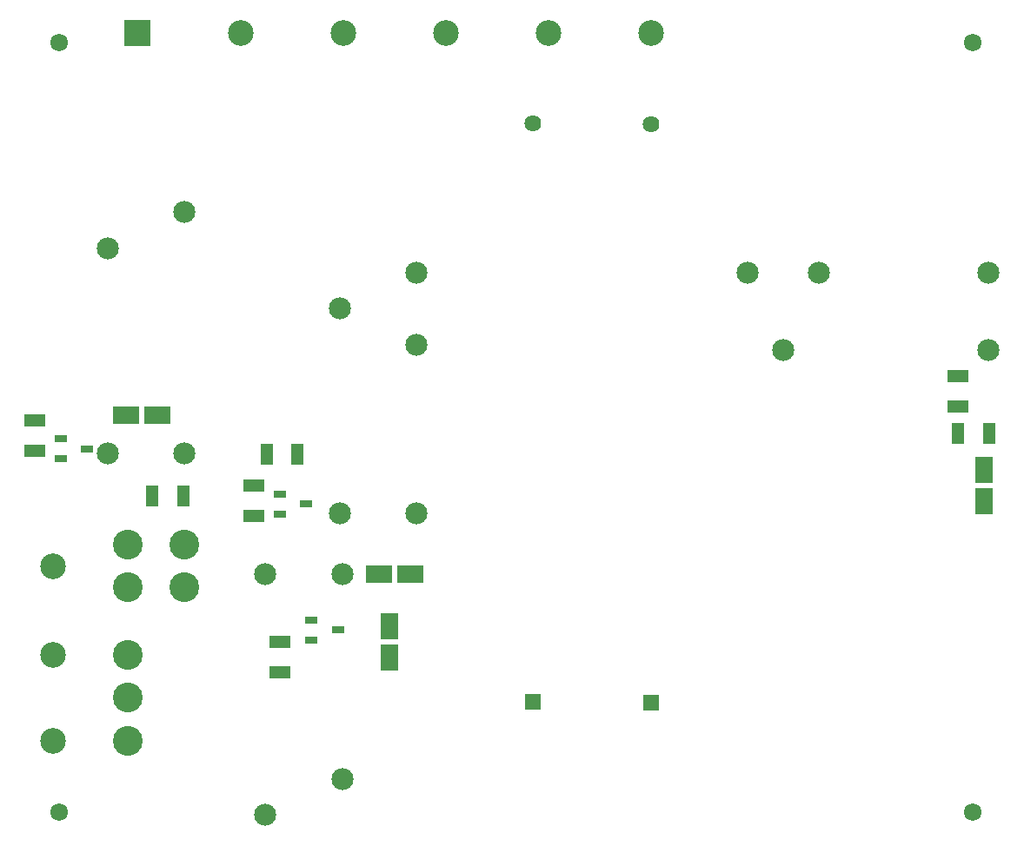
<source format=gbs>
G04*
G04 #@! TF.GenerationSoftware,Altium Limited,Altium Designer,19.0.10 (269)*
G04*
G04 Layer_Color=16711935*
%FSLAX25Y25*%
%MOIN*%
G70*
G01*
G75*
%ADD19R,0.07874X0.04921*%
%ADD22R,0.09843X0.09843*%
%ADD23C,0.09843*%
%ADD24C,0.08465*%
%ADD25C,0.11417*%
%ADD28C,0.06787*%
%ADD43R,0.06400X0.06400*%
%ADD44C,0.06400*%
%ADD45R,0.04724X0.03150*%
%ADD46R,0.04921X0.07874*%
%ADD47R,0.06890X0.10236*%
%ADD48R,0.10236X0.06890*%
D19*
X120000Y100906D02*
D03*
Y89095D02*
D03*
X110000Y149094D02*
D03*
Y160906D02*
D03*
X380000Y191095D02*
D03*
Y202906D02*
D03*
X26000Y174094D02*
D03*
Y185906D02*
D03*
D22*
X65520Y334500D02*
D03*
D23*
X262370D02*
D03*
X104890D02*
D03*
X144260D02*
D03*
X183630D02*
D03*
X223000D02*
D03*
X33000Y130000D02*
D03*
Y96000D02*
D03*
Y62929D02*
D03*
D24*
X54000Y173260D02*
D03*
Y252000D02*
D03*
X83528Y265779D02*
D03*
Y173260D02*
D03*
X144000Y127000D02*
D03*
Y48260D02*
D03*
X114472Y34480D02*
D03*
Y127000D02*
D03*
X142973Y150039D02*
D03*
Y228780D02*
D03*
X172500Y242559D02*
D03*
Y215000D02*
D03*
Y150039D02*
D03*
X391740Y213000D02*
D03*
X313000D02*
D03*
X299220Y242528D02*
D03*
X326780D02*
D03*
X391740D02*
D03*
D25*
X61740Y121732D02*
D03*
Y138268D02*
D03*
X83394Y121732D02*
D03*
Y138268D02*
D03*
X61740Y96000D02*
D03*
Y79465D02*
D03*
Y62929D02*
D03*
D28*
X35433Y330709D02*
D03*
Y35433D02*
D03*
X385827D02*
D03*
Y330709D02*
D03*
D43*
X217000Y78000D02*
D03*
X262500Y77500D02*
D03*
D44*
X217000Y300000D02*
D03*
X262500Y299500D02*
D03*
D45*
X132000Y109153D02*
D03*
Y101673D02*
D03*
X142236Y105413D02*
D03*
X35882Y178740D02*
D03*
Y171260D02*
D03*
X46118Y175000D02*
D03*
X130118Y153701D02*
D03*
X119882Y149961D02*
D03*
Y157442D02*
D03*
D46*
X71095Y157000D02*
D03*
X82906D02*
D03*
X126858Y173000D02*
D03*
X115047D02*
D03*
X391905Y181000D02*
D03*
X380095D02*
D03*
D47*
X162000Y94996D02*
D03*
Y107004D02*
D03*
X390000Y154902D02*
D03*
Y166909D02*
D03*
D48*
X157996Y127000D02*
D03*
X170004D02*
D03*
X60996Y188000D02*
D03*
X73004D02*
D03*
M02*

</source>
